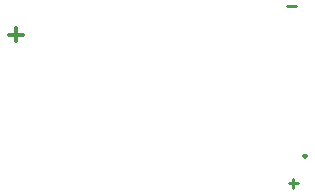
<source format=gto>
G04 (created by PCBNEW (2013-may-18)-stable) date Mit 10 Dez 2014 19:38:00 UTC*
%MOIN*%
G04 Gerber Fmt 3.4, Leading zero omitted, Abs format*
%FSLAX34Y34*%
G01*
G70*
G90*
G04 APERTURE LIST*
%ADD10C,0.00590551*%
%ADD11C,0.011811*%
%ADD12C,0.00984252*%
G04 APERTURE END LIST*
G54D10*
G54D11*
X49597Y-36529D02*
X50047Y-36529D01*
X49822Y-36754D02*
X49822Y-36304D01*
X59448Y-40556D02*
X59476Y-40584D01*
X59448Y-40613D01*
X59420Y-40584D01*
X59448Y-40556D01*
X59448Y-40613D01*
G54D12*
X58846Y-35580D02*
X59146Y-35580D01*
X58905Y-41485D02*
X59205Y-41485D01*
X59055Y-41635D02*
X59055Y-41335D01*
M02*

</source>
